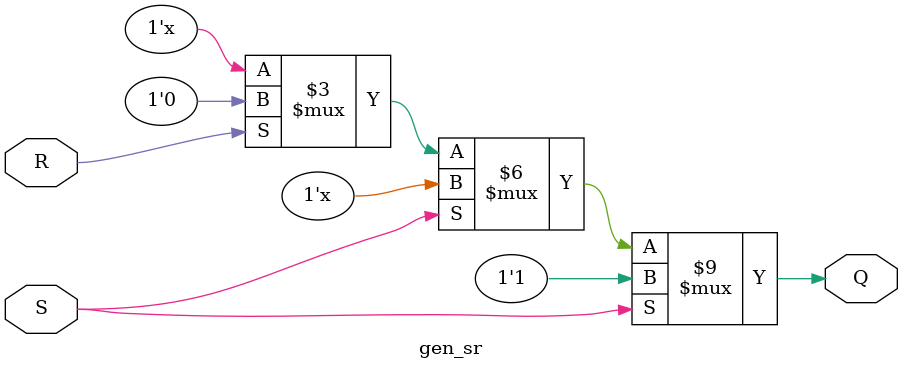
<source format=sv>
module gen_sr (
  input  wire S,      // Set
  input  wire R,      // Reset
  output reg  Q
);
  always @* begin
    if (S)
      Q = 1'b1;       // Set
    else if (R)
      Q = 1'b0;       // Reset
    // si S=R=0 mantiene el estado anterior
  end
endmodule

</source>
